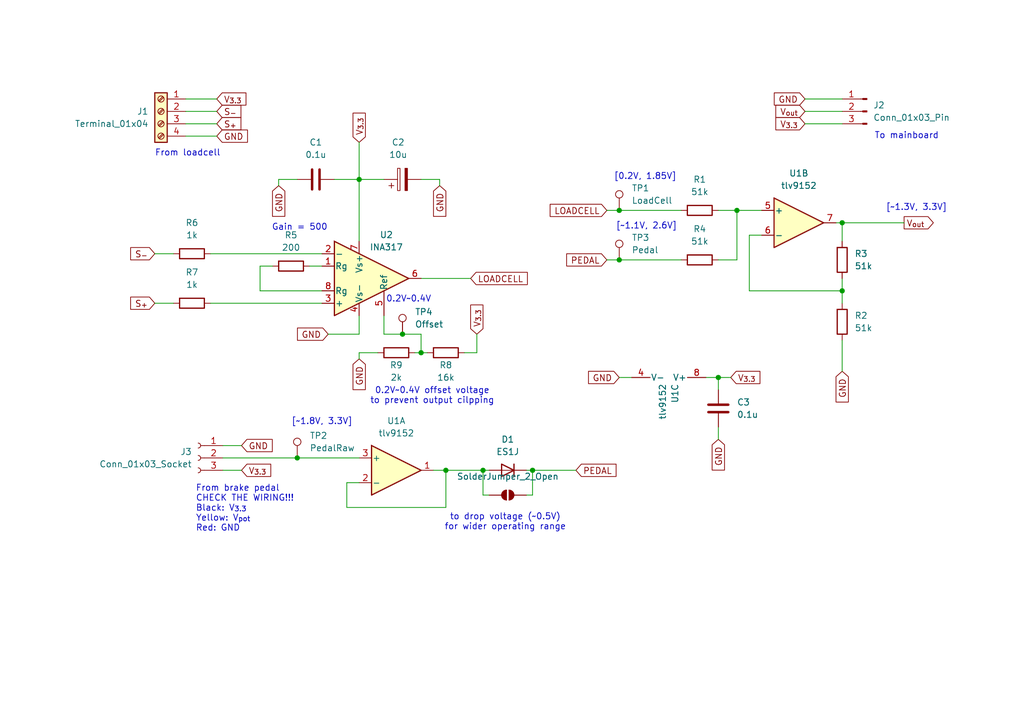
<source format=kicad_sch>
(kicad_sch (version 20250114) (generator "eeschema") (generator_version "9.0")
  (paper "A5")
  (lib_symbols
    (symbol "Amplifier_Instrumentation:AD623" (pin_names (offset 0.127))
      (property "Reference" "U" (at 3.81 7.62 0))
      (property "Value" "AD623" (at 5.08 5.08 0))
      (symbol "AD623_0_1"
        (polyline (pts (xy -7.62 7.62) (xy -7.62 -7.62) (xy 7.62 0) (xy -7.62 7.62)) (stroke (width 0.254)) (fill (type background)))
      )
      (symbol "AD623_1_1"
        (pin input line (at -10.16 5.08 0) (length 2.54) (name "-") (number "2"))
        (pin passive line (at -10.16 2.54 0) (length 2.54) (name "Rg") (number "1"))
        (pin passive line (at -10.16 -2.54 0) (length 2.54) (name "Rg") (number "8"))
        (pin input line (at -10.16 -5.08 0) (length 2.54) (name "+") (number "3"))
        (pin power_in line (at -2.54 7.62 270) (length 2.54) (name "Vs+") (number "7"))
        (pin power_in line (at -2.54 -7.62 90) (length 2.54) (name "Vs-") (number "4"))
        (pin passive line (at 2.54 -7.62 90) (length 5.08) (name "Ref") (number "5"))
        (pin output line (at 10.16 0 180) (length 2.54) (name "~") (number "6"))
      )
    )
    (symbol "Connector:Conn_01x03_Pin" (pin_names (offset 1.016) (hide yes))
      (property "Reference" "J" (at 0 5.08 0))
      (property "Value" "Conn_01x03_Pin" (at 0 -5.08 0))
      (symbol "Conn_01x03_Pin_1_1"
        (rectangle (start 0.8636 2.667) (end 0 2.413) (stroke (width 0.1524)) (fill (type outline)))
        (rectangle (start 0.8636 0.127) (end 0 -0.127) (stroke (width 0.1524)) (fill (type outline)))
        (rectangle (start 0.8636 -2.413) (end 0 -2.667) (stroke (width 0.1524)) (fill (type outline)))
        (polyline (pts (xy 1.27 2.54) (xy 0.8636 2.54)) (stroke (width 0.1524)))
        (polyline (pts (xy 1.27 0) (xy 0.8636 0)) (stroke (width 0.1524)))
        (polyline (pts (xy 1.27 -2.54) (xy 0.8636 -2.54)) (stroke (width 0.1524)))
        (pin passive line (at 5.08 2.54 180) (length 3.81) (name "Pin_1") (number "1"))
        (pin passive line (at 5.08 0 180) (length 3.81) (name "Pin_2") (number "2"))
        (pin passive line (at 5.08 -2.54 180) (length 3.81) (name "Pin_3") (number "3"))
      )
    )
    (symbol "Connector:Conn_01x03_Socket" (pin_names (offset 1.016) (hide yes))
      (property "Reference" "J" (at 0 5.08 0))
      (property "Value" "Conn_01x03_Socket" (at 0 -5.08 0))
      (symbol "Conn_01x03_Socket_1_1"
        (polyline (pts (xy -1.27 2.54) (xy -0.508 2.54)) (stroke (width 0.1524)))
        (polyline (pts (xy -1.27 0) (xy -0.508 0)) (stroke (width 0.1524)))
        (polyline (pts (xy -1.27 -2.54) (xy -0.508 -2.54)) (stroke (width 0.1524)))
        (arc (start 0 2.032) (mid -0.5058 2.54) (end 0 3.048) (stroke (width 0.1524)))
        (arc (start 0 -0.508) (mid -0.5058 0) (end 0 0.508) (stroke (width 0.1524)))
        (arc (start 0 -3.048) (mid -0.5058 -2.54) (end 0 -2.032) (stroke (width 0.1524)))
        (pin passive line (at -5.08 2.54 0) (length 3.81) (name "Pin_1") (number "1"))
        (pin passive line (at -5.08 0 0) (length 3.81) (name "Pin_2") (number "2"))
        (pin passive line (at -5.08 -2.54 0) (length 3.81) (name "Pin_3") (number "3"))
      )
    )
    (symbol "Connector:Screw_Terminal_01x04" (pin_names (offset 1.016) (hide yes))
      (property "Reference" "J" (at 0 5.08 0))
      (property "Value" "Screw_Terminal_01x04" (at 0 -7.62 0))
      (symbol "Screw_Terminal_01x04_1_1"
        (rectangle (start -1.27 3.81) (end 1.27 -6.35) (stroke (width 0.254)) (fill (type background)))
        (polyline (pts (xy -0.5334 2.8702) (xy 0.3302 2.032)) (stroke (width 0.1524)))
        (polyline (pts (xy -0.5334 0.3302) (xy 0.3302 -0.508)) (stroke (width 0.1524)))
        (polyline (pts (xy -0.5334 -2.2098) (xy 0.3302 -3.048)) (stroke (width 0.1524)))
        (polyline (pts (xy -0.5334 -4.7498) (xy 0.3302 -5.588)) (stroke (width 0.1524)))
        (polyline (pts (xy -0.3556 3.048) (xy 0.508 2.2098)) (stroke (width 0.1524)))
        (polyline (pts (xy -0.3556 0.508) (xy 0.508 -0.3302)) (stroke (width 0.1524)))
        (polyline (pts (xy -0.3556 -2.032) (xy 0.508 -2.8702)) (stroke (width 0.1524)))
        (polyline (pts (xy -0.3556 -4.572) (xy 0.508 -5.4102)) (stroke (width 0.1524)))
        (circle (center 0 2.54) (radius 0.635) (stroke (width 0.1524)))
        (circle (center 0 0) (radius 0.635) (stroke (width 0.1524)))
        (circle (center 0 -2.54) (radius 0.635) (stroke (width 0.1524)))
        (circle (center 0 -5.08) (radius 0.635) (stroke (width 0.1524)))
        (pin passive line (at -5.08 2.54 0) (length 3.81) (name "Pin_1") (number "1"))
        (pin passive line (at -5.08 0 0) (length 3.81) (name "Pin_2") (number "2"))
        (pin passive line (at -5.08 -2.54 0) (length 3.81) (name "Pin_3") (number "3"))
        (pin passive line (at -5.08 -5.08 0) (length 3.81) (name "Pin_4") (number "4"))
      )
    )
    (symbol "Connector:TestPoint" (pin_numbers (hide yes)) (pin_names (offset 0.762) (hide yes))
      (property "Reference" "TP" (at 0 6.858 0))
      (property "Value" "TestPoint" (at 0 5.08 0))
      (symbol "TestPoint_0_1"
        (circle (center 0 3.302) (radius 0.762))
      )
      (symbol "TestPoint_1_1"
        (pin passive line (at 0 0 90) (length 2.54) (name "1") (number "1"))
      )
    )
    (symbol "Device:C" (pin_numbers (hide yes)) (pin_names (offset 0.254))
      (property "Reference" "C" (at 0.635 2.54 0))
      (property "Value" "C" (at 0.635 -2.54 0))
      (symbol "C_0_1"
        (polyline (pts (xy -2.032 0.762) (xy 2.032 0.762)) (stroke (width 0.508)))
        (polyline (pts (xy -2.032 -0.762) (xy 2.032 -0.762)) (stroke (width 0.508)))
      )
      (symbol "C_1_1"
        (pin passive line (at 0 3.81 270) (length 2.794) (name "~") (number "1"))
        (pin passive line (at 0 -3.81 90) (length 2.794) (name "~") (number "2"))
      )
    )
    (symbol "Device:C_Polarized" (pin_numbers (hide yes)) (pin_names (offset 0.254))
      (property "Reference" "C" (at 0.635 2.54 0))
      (property "Value" "C_Polarized" (at 0.635 -2.54 0))
      (symbol "C_Polarized_0_1"
        (rectangle (start -2.286 0.508) (end 2.286 1.016))
        (polyline (pts (xy -1.778 2.286) (xy -0.762 2.286)))
        (polyline (pts (xy -1.27 2.794) (xy -1.27 1.778)))
        (rectangle (start 2.286 -0.508) (end -2.286 -1.016) (fill (type outline)))
      )
      (symbol "C_Polarized_1_1"
        (pin passive line (at 0 3.81 270) (length 2.794) (name "~") (number "1"))
        (pin passive line (at 0 -3.81 90) (length 2.794) (name "~") (number "2"))
      )
    )
    (symbol "Device:D" (pin_numbers (hide yes)) (pin_names (offset 1.016) (hide yes))
      (property "Reference" "D" (at 0 2.54 0))
      (property "Value" "D" (at 0 -2.54 0))
      (symbol "D_0_1"
        (polyline (pts (xy -1.27 1.27) (xy -1.27 -1.27)) (stroke (width 0.254)))
        (polyline (pts (xy 1.27 1.27) (xy 1.27 -1.27) (xy -1.27 0) (xy 1.27 1.27)) (stroke (width 0.254)))
        (polyline (pts (xy 1.27 0) (xy -1.27 0)))
      )
      (symbol "D_1_1"
        (pin passive line (at -3.81 0 0) (length 2.54) (name "K") (number "1"))
        (pin passive line (at 3.81 0 180) (length 2.54) (name "A") (number "2"))
      )
    )
    (symbol "Device:R" (pin_numbers (hide yes)) (pin_names (offset 0))
      (property "Reference" "R" (at 2.032 0 90))
      (property "Value" "R" (at 0 0 90))
      (symbol "R_0_1"
        (rectangle (start -1.016 -2.54) (end 1.016 2.54) (stroke (width 0.254)))
      )
      (symbol "R_1_1"
        (pin passive line (at 0 3.81 270) (length 1.27) (name "~") (number "1"))
        (pin passive line (at 0 -3.81 90) (length 1.27) (name "~") (number "2"))
      )
    )
    (symbol "Jumper:SolderJumper_2_Open" (pin_numbers (hide yes)) (pin_names (offset 0) (hide yes)) (in_bom no)
      (property "Reference" "JP" (at 0 2.032 0))
      (property "Value" "SolderJumper_2_Open" (at 0 -2.54 0))
      (symbol "SolderJumper_2_Open_0_1"
        (polyline (pts (xy -0.254 1.016) (xy -0.254 -1.016)))
        (arc (start -0.254 -1.016) (mid -1.2656 0) (end -0.254 1.016))
        (arc (start -0.254 -1.016) (mid -1.2656 0) (end -0.254 1.016) (fill (type outline)))
        (arc (start 0.254 1.016) (mid 1.2656 0) (end 0.254 -1.016))
        (arc (start 0.254 1.016) (mid 1.2656 0) (end 0.254 -1.016) (fill (type outline)))
        (polyline (pts (xy 0.254 1.016) (xy 0.254 -1.016)))
      )
      (symbol "SolderJumper_2_Open_1_1"
        (pin passive line (at -3.81 0 0) (length 2.54) (name "A") (number "1"))
        (pin passive line (at 3.81 0 180) (length 2.54) (name "B") (number "2"))
      )
    )
    (symbol "Symbols:TLV272IP" (pin_names (offset 0.127))
      (property "Reference" "U" (at 0 5.08 0))
      (property "Value" "TLV272IP" (at 0 -5.08 0))
      (symbol "TLV272IP_1_1"
        (polyline (pts (xy -5.08 5.08) (xy 5.08 0) (xy -5.08 -5.08) (xy -5.08 5.08)) (stroke (width 0.254)) (fill (type background)))
        (pin input line (at -7.62 2.54 0) (length 2.54) (name "+") (number "3"))
        (pin input line (at -7.62 -2.54 0) (length 2.54) (name "-") (number "2"))
        (pin output line (at 7.62 0 180) (length 2.54) (name "~") (number "1"))
      )
      (symbol "TLV272IP_2_1"
        (polyline (pts (xy -5.08 5.08) (xy 5.08 0) (xy -5.08 -5.08) (xy -5.08 5.08)) (stroke (width 0.254)) (fill (type background)))
        (pin input line (at -7.62 2.54 0) (length 2.54) (name "+") (number "5"))
        (pin input line (at -7.62 -2.54 0) (length 2.54) (name "-") (number "6"))
        (pin output line (at 7.62 0 180) (length 2.54) (name "~") (number "7"))
      )
      (symbol "TLV272IP_3_1"
        (pin power_in line (at -2.54 7.62 270) (length 3.81) (name "V+") (number "8"))
        (pin power_in line (at -2.54 -7.62 90) (length 3.81) (name "V-") (number "4"))
      )
    )
  )
  (text "to drop voltage (~0.5V)\nfor wider operating range" (at 103.632 107.188 0) (effects (font (size 1.27 1.27))))
  (text "[~1.1V, 2.6V]" (at 132.588 46.482 0) (effects (font (size 1.27 1.27))))
  (text "To mainboard" (exclude_from_sim yes) (at 179.324 27.94 0) (effects (font (size 1.27 1.27)) (justify left)))
  (text "0.2V~0.4V" (at 83.82 61.468 0) (effects (font (size 1.27 1.27))))
  (text "From loadcell" (exclude_from_sim yes) (at 31.75 31.496 0) (effects (font (size 1.27 1.27)) (justify left)))
  (text "From brake pedal\nCHECK THE WIRING!!!\nBlack: V_{3.3}\nYellow: V_{pot}\nRed: GND" (exclude_from_sim yes) (at 40.132 104.394 0) (effects (font (size 1.27 1.27)) (justify left)))
  (text "0.2V~0.4V offset voltage\nto prevent output cilpping" (at 88.646 81.28 0) (effects (font (size 1.27 1.27))))
  (text "[0.2V, 1.85V]" (at 132.334 36.322 0) (effects (font (size 1.27 1.27))))
  (text "[~1.3V, 3.3V]" (at 187.96 42.672 0) (effects (font (size 1.27 1.27))))
  (text "Gain = 500" (at 61.468 46.736 0) (effects (font (size 1.27 1.27))))
  (text "[~1.8V, 3.3V]" (at 66.04 86.614 0) (effects (font (size 1.27 1.27))))
  (junction (at 109.22 96.52))
  (junction (at 86.36 72.39))
  (junction (at 73.66 36.83))
  (junction (at 127 53.34))
  (junction (at 147.32 77.47))
  (junction (at 91.44 96.52))
  (junction (at 127 43.18))
  (junction (at 151.13 43.18))
  (junction (at 82.55 68.58))
  (junction (at 172.72 59.69))
  (junction (at 99.06 96.52))
  (junction (at 60.96 93.98))
  (junction (at 172.72 45.72))
  (wire (pts (xy 82.55 68.58) (xy 78.74 68.58)))
  (wire (pts (xy 172.72 69.85) (xy 172.72 76.2)))
  (wire (pts (xy 95.25 72.39) (xy 97.79 72.39)))
  (wire (pts (xy 53.34 59.69) (xy 66.04 59.69)))
  (wire (pts (xy 172.72 45.72) (xy 185.42 45.72)))
  (wire (pts (xy 153.67 59.69) (xy 172.72 59.69)))
  (wire (pts (xy 91.44 96.52) (xy 99.06 96.52)))
  (wire (pts (xy 147.32 53.34) (xy 151.13 53.34)))
  (wire (pts (xy 57.15 36.83) (xy 60.96 36.83)))
  (wire (pts (xy 45.72 96.52) (xy 49.53 96.52)))
  (wire (pts (xy 71.12 104.14) (xy 91.44 104.14)))
  (wire (pts (xy 165.1 22.86) (xy 172.72 22.86)))
  (wire (pts (xy 38.1 22.86) (xy 44.45 22.86)))
  (wire (pts (xy 99.06 96.52) (xy 99.06 101.6)))
  (wire (pts (xy 86.36 68.58) (xy 86.36 72.39)))
  (wire (pts (xy 73.66 68.58) (xy 73.66 64.77)))
  (wire (pts (xy 90.17 36.83) (xy 86.36 36.83)))
  (wire (pts (xy 127 53.34) (xy 139.7 53.34)))
  (wire (pts (xy 68.58 36.83) (xy 73.66 36.83)))
  (wire (pts (xy 71.12 99.06) (xy 73.66 99.06)))
  (wire (pts (xy 85.09 72.39) (xy 86.36 72.39)))
  (wire (pts (xy 153.67 48.26) (xy 156.21 48.26)))
  (wire (pts (xy 107.95 101.6) (xy 109.22 101.6)))
  (wire (pts (xy 45.72 93.98) (xy 60.96 93.98)))
  (wire (pts (xy 109.22 96.52) (xy 109.22 101.6)))
  (wire (pts (xy 97.79 72.39) (xy 97.79 68.58)))
  (wire (pts (xy 57.15 38.1) (xy 57.15 36.83)))
  (wire (pts (xy 73.66 29.21) (xy 73.66 36.83)))
  (wire (pts (xy 129.54 77.47) (xy 127 77.47)))
  (wire (pts (xy 118.11 96.52) (xy 109.22 96.52)))
  (wire (pts (xy 149.86 77.47) (xy 147.32 77.47)))
  (wire (pts (xy 172.72 59.69) (xy 172.72 57.15)))
  (wire (pts (xy 66.04 54.61) (xy 63.5 54.61)))
  (wire (pts (xy 171.45 45.72) (xy 172.72 45.72)))
  (wire (pts (xy 45.72 91.44) (xy 49.53 91.44)))
  (wire (pts (xy 73.66 36.83) (xy 73.66 49.53)))
  (wire (pts (xy 31.75 62.23) (xy 35.56 62.23)))
  (wire (pts (xy 147.32 77.47) (xy 144.78 77.47)))
  (wire (pts (xy 86.36 57.15) (xy 96.52 57.15)))
  (wire (pts (xy 107.95 96.52) (xy 109.22 96.52)))
  (wire (pts (xy 86.36 72.39) (xy 87.63 72.39)))
  (wire (pts (xy 38.1 25.4) (xy 44.45 25.4)))
  (wire (pts (xy 73.66 72.39) (xy 77.47 72.39)))
  (wire (pts (xy 53.34 54.61) (xy 55.88 54.61)))
  (wire (pts (xy 38.1 20.32) (xy 44.45 20.32)))
  (wire (pts (xy 99.06 96.52) (xy 100.33 96.52)))
  (wire (pts (xy 73.66 36.83) (xy 78.74 36.83)))
  (wire (pts (xy 151.13 43.18) (xy 156.21 43.18)))
  (wire (pts (xy 86.36 68.58) (xy 82.55 68.58)))
  (wire (pts (xy 31.75 52.07) (xy 35.56 52.07)))
  (wire (pts (xy 67.31 68.58) (xy 73.66 68.58)))
  (wire (pts (xy 78.74 68.58) (xy 78.74 64.77)))
  (wire (pts (xy 127 43.18) (xy 139.7 43.18)))
  (wire (pts (xy 73.66 73.66) (xy 73.66 72.39)))
  (wire (pts (xy 151.13 43.18) (xy 147.32 43.18)))
  (wire (pts (xy 165.1 20.32) (xy 172.72 20.32)))
  (wire (pts (xy 53.34 54.61) (xy 53.34 59.69)))
  (wire (pts (xy 153.67 48.26) (xy 153.67 59.69)))
  (wire (pts (xy 147.32 77.47) (xy 147.32 80.01)))
  (wire (pts (xy 60.96 93.98) (xy 73.66 93.98)))
  (wire (pts (xy 172.72 59.69) (xy 172.72 62.23)))
  (wire (pts (xy 38.1 27.94) (xy 44.45 27.94)))
  (wire (pts (xy 165.1 25.4) (xy 172.72 25.4)))
  (wire (pts (xy 147.32 87.63) (xy 147.32 90.17)))
  (wire (pts (xy 43.18 62.23) (xy 66.04 62.23)))
  (wire (pts (xy 99.06 101.6) (xy 100.33 101.6)))
  (wire (pts (xy 91.44 96.52) (xy 88.9 96.52)))
  (wire (pts (xy 124.46 53.34) (xy 127 53.34)))
  (wire (pts (xy 71.12 99.06) (xy 71.12 104.14)))
  (wire (pts (xy 91.44 104.14) (xy 91.44 96.52)))
  (wire (pts (xy 124.46 43.18) (xy 127 43.18)))
  (wire (pts (xy 151.13 53.34) (xy 151.13 43.18)))
  (wire (pts (xy 90.17 36.83) (xy 90.17 38.1)))
  (wire (pts (xy 43.18 52.07) (xy 66.04 52.07)))
  (wire (pts (xy 172.72 49.53) (xy 172.72 45.72)))
  (global_label "V_{3.3}" (shape input) (at 44.45 20.32 0) (property "Intersheetrefs" "${INTERSHEET_REFS}" (effects (hide yes))))
  (global_label "V_{3.3}" (shape input) (at 149.86 77.47 0) (property "Intersheetrefs" "${INTERSHEET_REFS}" (effects (hide yes))))
  (global_label "GND" (shape input) (at 172.72 76.2 270) (property "Intersheetrefs" "${INTERSHEET_REFS}" (effects (hide yes))))
  (global_label "V_{out}" (shape output) (at 185.42 45.72 0) (property "Intersheetrefs" "${INTERSHEET_REFS}" (effects (hide yes))))
  (global_label "S_{+}" (shape input) (at 44.45 25.4 0) (property "Intersheetrefs" "${INTERSHEET_REFS}" (effects (hide yes))))
  (global_label "GND" (shape input) (at 147.32 90.17 270) (property "Intersheetrefs" "${INTERSHEET_REFS}" (effects (hide yes))))
  (global_label "V_{3.3}" (shape input) (at 73.66 29.21 90) (property "Intersheetrefs" "${INTERSHEET_REFS}" (effects (hide yes))))
  (global_label "V_{out}" (shape input) (at 165.1 22.86 180) (property "Intersheetrefs" "${INTERSHEET_REFS}" (effects (hide yes))))
  (global_label "GND" (shape input) (at 165.1 20.32 180) (property "Intersheetrefs" "${INTERSHEET_REFS}" (effects (hide yes))))
  (global_label "V_{3.3}" (shape input) (at 97.79 68.58 90) (property "Intersheetrefs" "${INTERSHEET_REFS}" (effects (hide yes))))
  (global_label "V_{3.3}" (shape input) (at 165.1 25.4 180) (property "Intersheetrefs" "${INTERSHEET_REFS}" (effects (hide yes))))
  (global_label "PEDAL" (shape input) (at 118.11 96.52 0) (property "Intersheetrefs" "${INTERSHEET_REFS}" (effects (hide yes))))
  (global_label "GND" (shape input) (at 127 77.47 180) (property "Intersheetrefs" "${INTERSHEET_REFS}" (effects (hide yes))))
  (global_label "GND" (shape input) (at 90.17 38.1 270) (property "Intersheetrefs" "${INTERSHEET_REFS}" (effects (hide yes))))
  (global_label "GND" (shape input) (at 44.45 27.94 0) (property "Intersheetrefs" "${INTERSHEET_REFS}" (effects (hide yes))))
  (global_label "GND" (shape input) (at 49.53 91.44 0) (property "Intersheetrefs" "${INTERSHEET_REFS}" (effects (hide yes))))
  (global_label "LOADCELL" (shape input) (at 96.52 57.15 0) (property "Intersheetrefs" "${INTERSHEET_REFS}" (effects (hide yes))))
  (global_label "S_{-}" (shape input) (at 44.45 22.86 0) (property "Intersheetrefs" "${INTERSHEET_REFS}" (effects (hide yes))))
  (global_label "V_{3.3}" (shape input) (at 49.53 96.52 0) (property "Intersheetrefs" "${INTERSHEET_REFS}" (effects (hide yes))))
  (global_label "S_{+}" (shape input) (at 31.75 62.23 180) (property "Intersheetrefs" "${INTERSHEET_REFS}" (effects (hide yes))))
  (global_label "S_{-}" (shape input) (at 31.75 52.07 180) (property "Intersheetrefs" "${INTERSHEET_REFS}" (effects (hide yes))))
  (global_label "GND" (shape input) (at 57.15 38.1 270) (property "Intersheetrefs" "${INTERSHEET_REFS}" (effects (hide yes))))
  (global_label "GND" (shape input) (at 73.66 73.66 270) (property "Intersheetrefs" "${INTERSHEET_REFS}" (effects (hide yes))))
  (global_label "PEDAL" (shape input) (at 124.46 53.34 180) (property "Intersheetrefs" "${INTERSHEET_REFS}" (effects (hide yes))))
  (global_label "LOADCELL" (shape input) (at 124.46 43.18 180) (property "Intersheetrefs" "${INTERSHEET_REFS}" (effects (hide yes))))
  (global_label "GND" (shape input) (at 67.31 68.58 180) (property "Intersheetrefs" "${INTERSHEET_REFS}" (effects (hide yes))))
  (symbol (lib_id "Device:R") (at 39.37 52.07 90) (unit 1)
    (property "Reference" "R6" (at 39.37 45.72 90))
    (property "Value" "1k" (at 39.37 48.26 90))
    (property "Footprint" "Resistor_SMD:R_0805_2012Metric_Pad1.20x1.40mm_HandSolder" (effects (hide yes)))
    (property "Description" "Resistor" (effects (hide yes)))
  )
  (symbol (lib_id "Symbols:TLV272IP") (at 163.83 45.72 0) (unit 2)
    (property "Reference" "U1" (at 163.83 35.56 0))
    (property "Value" "tlv9152" (at 163.83 38.1 0))
    (property "Footprint" "Package_SO:TSSOP-8_4.4x3mm_P0.65mm" (effects (hide yes)))
    (property "Datasheet" "https://www.ti.com/lit/ds/symlink/tlv9152.pdf" (effects (hide yes)))
    (property "Description" "Rail-to-Rail Output, Dual Operational Amplifiers, DIP-8/SOIC-8/TO-99-8" (effects (hide yes)))
  )
  (symbol (lib_id "Connector:Screw_Terminal_01x04") (at 33.02 22.86 0) (mirror y) (unit 1)
    (property "Reference" "J1" (at 30.48 22.8599 0) (effects (justify left)))
    (property "Value" "Terminal_01x04" (at 30.48 25.3999 0) (effects (justify left)))
    (property "Footprint" "TerminalBlock_WAGO:TerminalBlock_WAGO_233-504_2x04_P2.54mm" (effects (hide yes)))
    (property "Description" "Generic screw terminal, single row, 01x04, script generated (kicad-library-utils/schlib/autogen/connector/)" (effects (hide yes)))
  )
  (symbol (lib_id "Device:R") (at 59.69 54.61 90) (unit 1)
    (property "Reference" "R5" (at 59.69 48.26 90))
    (property "Value" "200" (at 59.69 50.8 90))
    (property "Footprint" "Resistor_SMD:R_0805_2012Metric_Pad1.20x1.40mm_HandSolder" (effects (hide yes)))
    (property "Description" "Resistor" (effects (hide yes)))
  )
  (symbol (lib_id "Device:R") (at 172.72 66.04 0) (unit 1)
    (property "Reference" "R2" (at 175.26 64.7699 0) (effects (justify left)))
    (property "Value" "51k" (at 175.26 67.3099 0) (effects (justify left)))
    (property "Footprint" "Resistor_SMD:R_0805_2012Metric_Pad1.20x1.40mm_HandSolder" (effects (hide yes)))
    (property "Description" "Resistor" (effects (hide yes)))
  )
  (symbol (lib_id "Symbols:TLV272IP") (at 137.16 80.01 270) (unit 3)
    (property "Reference" "U1" (at 138.4301 78.74 0) (effects (justify left)))
    (property "Value" "tlv9152" (at 135.8901 78.74 0) (effects (justify left)))
    (property "Footprint" "Package_SO:TSSOP-8_4.4x3mm_P0.65mm" (effects (hide yes)))
    (property "Datasheet" "https://www.ti.com/lit/ds/symlink/tlv9152.pdf" (effects (hide yes)))
    (property "Description" "Rail-to-Rail Output, Dual Operational Amplifiers, DIP-8/SOIC-8/TO-99-8" (effects (hide yes)))
  )
  (symbol (lib_id "Connector:TestPoint") (at 60.96 93.98 0) (unit 1)
    (property "Reference" "TP2" (at 63.5 89.4079 0) (effects (justify left)))
    (property "Value" "PedalRaw" (at 63.5 91.9479 0) (effects (justify left)))
    (property "Footprint" "TestPoint:TestPoint_Pad_D1.0mm" (effects (hide yes)))
    (property "Description" "test point" (effects (hide yes)))
  )
  (symbol (lib_id "Connector:TestPoint") (at 82.55 68.58 0) (unit 1)
    (property "Reference" "TP4" (at 85.09 64.0079 0) (effects (justify left)))
    (property "Value" "Offset" (at 85.09 66.5479 0) (effects (justify left)))
    (property "Footprint" "TestPoint:TestPoint_Pad_D1.0mm" (effects (hide yes)))
    (property "Description" "test point" (effects (hide yes)))
  )
  (symbol (lib_id "Device:C_Polarized") (at 82.55 36.83 90) (unit 1)
    (property "Reference" "C2" (at 81.661 29.21 90))
    (property "Value" "10u" (at 81.661 31.75 90))
    (property "Footprint" "Capacitor_Tantalum_SMD:CP_EIA-3216-10_Kemet-I_Pad1.58x1.35mm_HandSolder" (effects (hide yes)))
    (property "Description" "Polarized capacitor" (effects (hide yes)))
  )
  (symbol (lib_id "Device:R") (at 81.28 72.39 90) (unit 1)
    (property "Reference" "R9" (at 81.28 74.93 90))
    (property "Value" "2k" (at 81.28 77.47 90))
    (property "Footprint" "Resistor_SMD:R_0805_2012Metric_Pad1.20x1.40mm_HandSolder" (effects (hide yes)))
    (property "Description" "Resistor" (effects (hide yes)))
  )
  (symbol (lib_id "Connector:TestPoint") (at 127 43.18 0) (unit 1)
    (property "Reference" "TP1" (at 129.54 38.6079 0) (effects (justify left)))
    (property "Value" "LoadCell" (at 129.54 41.1479 0) (effects (justify left)))
    (property "Footprint" "TestPoint:TestPoint_Pad_D1.0mm" (effects (hide yes)))
    (property "Description" "test point" (effects (hide yes)))
  )
  (symbol (lib_id "Device:R") (at 172.72 53.34 180) (unit 1)
    (property "Reference" "R3" (at 175.26 52.0699 0) (effects (justify right)))
    (property "Value" "51k" (at 175.26 54.6099 0) (effects (justify right)))
    (property "Footprint" "Resistor_SMD:R_0805_2012Metric_Pad1.20x1.40mm_HandSolder" (effects (hide yes)))
    (property "Description" "Resistor" (effects (hide yes)))
  )
  (symbol (lib_id "Amplifier_Instrumentation:AD623") (at 76.2 57.15 0) (unit 1)
    (property "Reference" "U2" (at 79.248 48.1898 0))
    (property "Value" "INA317" (at 79.248 50.7298 0))
    (property "Footprint" "Package_SO:MSOP-8_3x3mm_P0.65mm" (effects (hide yes)))
    (property "Datasheet" "https://www.ti.com/product/ko-kr/INA317" (effects (hide yes)))
    (property "Description" "Single Rail-to-Rail, Low Cost Instrumentation Amplifier, DIP-8/SOIC-8/MSOP-8" (effects (hide yes)))
  )
  (symbol (lib_id "Connector:Conn_01x03_Pin") (at 177.8 22.86 0) (mirror y) (unit 1)
    (property "Reference" "J2" (at 179.07 21.5899 0) (effects (justify right)))
    (property "Value" "Conn_01x03_Pin" (at 179.07 24.1299 0) (effects (justify right)))
    (property "Footprint" "Connector_Wire:SolderWire-0.25sqmm_1x03_P4.2mm_D0.65mm_OD1.7mm" (effects (hide yes)))
    (property "Description" "Generic connector, single row, 01x03, script generated" (effects (hide yes)))
  )
  (symbol (lib_id "Device:D") (at 104.14 96.52 180) (unit 1)
    (property "Reference" "D1" (at 104.14 90.17 0))
    (property "Value" "ES1J" (at 104.14 92.71 0))
    (property "Footprint" "Diode_SMD:D_SMA" (effects (hide yes)))
    (property "Description" "Diode" (effects (hide yes)))
    (property "Sim.Device" "D" (effects (hide yes)))
    (property "Sim.Pins" "1=K 2=A" (effects (hide yes)))
  )
  (symbol (lib_id "Device:C") (at 147.32 83.82 0) (unit 1)
    (property "Reference" "C3" (at 151.13 82.5499 0) (effects (justify left)))
    (property "Value" "0.1u" (at 151.13 85.0899 0) (effects (justify left)))
    (property "Footprint" "Capacitor_SMD:C_0805_2012Metric_Pad1.18x1.45mm_HandSolder" (effects (hide yes)))
    (property "Description" "Unpolarized capacitor" (effects (hide yes)))
  )
  (symbol (lib_id "Device:R") (at 143.51 43.18 90) (unit 1)
    (property "Reference" "R1" (at 143.51 36.83 90))
    (property "Value" "51k" (at 143.51 39.37 90))
    (property "Footprint" "Resistor_SMD:R_0805_2012Metric_Pad1.20x1.40mm_HandSolder" (effects (hide yes)))
    (property "Description" "Resistor" (effects (hide yes)))
  )
  (symbol (lib_id "Connector:TestPoint") (at 127 53.34 0) (unit 1)
    (property "Reference" "TP3" (at 129.54 48.7679 0) (effects (justify left)))
    (property "Value" "Pedal" (at 129.54 51.3079 0) (effects (justify left)))
    (property "Footprint" "TestPoint:TestPoint_Pad_D1.0mm" (effects (hide yes)))
    (property "Description" "test point" (effects (hide yes)))
  )
  (symbol (lib_id "Jumper:SolderJumper_2_Open") (at 104.14 101.6 0) (unit 1) (in_bom no)
    (property "Reference" "JP1" (effects (hide yes)))
    (property "Value" "SolderJumper_2_Open" (at 104.14 97.79 0))
    (property "Footprint" "Jumper:SolderJumper-2_P1.3mm_Open_RoundedPad1.0x1.5mm" (effects (hide yes)))
    (property "Description" "Solder Jumper, 2-pole, open" (effects (hide yes)))
  )
  (symbol (lib_id "Symbols:TLV272IP") (at 81.28 96.52 0) (unit 1)
    (property "Reference" "U1" (at 81.28 86.36 0))
    (property "Value" "tlv9152" (at 81.28 88.9 0))
    (property "Footprint" "Package_SO:TSSOP-8_4.4x3mm_P0.65mm" (effects (hide yes)))
    (property "Datasheet" "https://www.ti.com/lit/ds/symlink/tlv9152.pdf" (effects (hide yes)))
    (property "Description" "Rail-to-Rail Output, Dual Operational Amplifiers, DIP-8/SOIC-8/TO-99-8" (effects (hide yes)))
  )
  (symbol (lib_id "Device:R") (at 91.44 72.39 90) (unit 1)
    (property "Reference" "R8" (at 91.44 74.93 90))
    (property "Value" "16k" (at 91.44 77.47 90))
    (property "Footprint" "Resistor_SMD:R_0805_2012Metric_Pad1.20x1.40mm_HandSolder" (effects (hide yes)))
    (property "Description" "Resistor" (effects (hide yes)))
  )
  (symbol (lib_id "Device:R") (at 143.51 53.34 90) (unit 1)
    (property "Reference" "R4" (at 143.51 46.99 90))
    (property "Value" "51k" (at 143.51 49.53 90))
    (property "Footprint" "Resistor_SMD:R_0805_2012Metric_Pad1.20x1.40mm_HandSolder" (effects (hide yes)))
    (property "Description" "Resistor" (effects (hide yes)))
  )
  (symbol (lib_id "Device:C") (at 64.77 36.83 90) (unit 1)
    (property "Reference" "C1" (at 64.77 29.21 90))
    (property "Value" "0.1u" (at 64.77 31.75 90))
    (property "Footprint" "Capacitor_SMD:C_0805_2012Metric_Pad1.18x1.45mm_HandSolder" (effects (hide yes)))
    (property "Description" "Unpolarized capacitor" (effects (hide yes)))
  )
  (symbol (lib_id "Connector:Conn_01x03_Socket") (at 40.64 93.98 0) (mirror y) (unit 1)
    (property "Reference" "J3" (at 39.37 92.7099 0) (effects (justify left)))
    (property "Value" "Conn_01x03_Socket" (at 39.37 95.2499 0) (effects (justify left)))
    (property "Footprint" "Connector_JST:JST_XH_B3B-XH-A_1x03_P2.50mm_Vertical" (effects (hide yes)))
    (property "Description" "Generic connector, single row, 01x03, script generated" (effects (hide yes)))
  )
  (symbol (lib_id "Device:R") (at 39.37 62.23 90) (unit 1)
    (property "Reference" "R7" (at 39.37 55.88 90))
    (property "Value" "1k" (at 39.37 58.42 90))
    (property "Footprint" "Resistor_SMD:R_0805_2012Metric_Pad1.20x1.40mm_HandSolder" (effects (hide yes)))
    (property "Description" "Resistor" (effects (hide yes)))
  )
)
</source>
